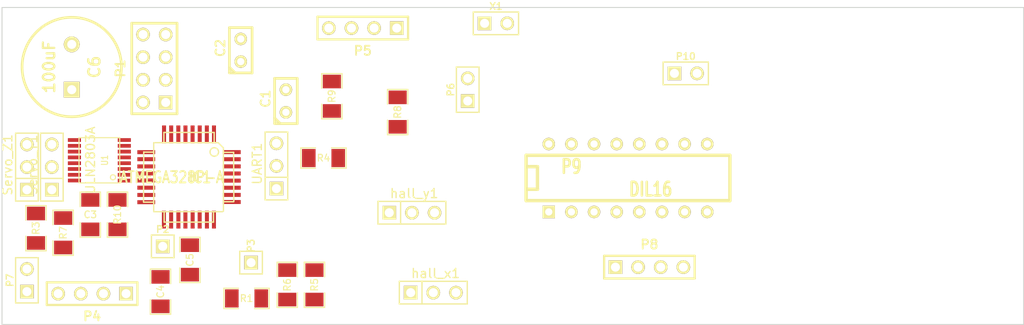
<source format=kicad_pcb>
(kicad_pcb (version 3) (host pcbnew "(2013-07-07 BZR 4022)-stable")

  (general
    (links 84)
    (no_connects 84)
    (area 176.276 199.898 291.084 235.712)
    (thickness 1.6)
    (drawings 4)
    (tracks 0)
    (zones 0)
    (modules 33)
    (nets 53)
  )

  (page A3)
  (layers
    (15 Gorna signal)
    (0 Dolna signal)
    (16 Kleju_Dolna user)
    (17 Kleju_Gorna user)
    (18 Pasty_Dolna user)
    (19 Pasty_Gorna user)
    (20 Opisowa_Dolna user)
    (21 Opisowa_Gorna user)
    (22 Maski_Dolna user)
    (23 Maski_Gorna user)
    (24 Rysunkowa user)
    (25 Komentarzy user)
    (26 ECO1 user)
    (27 ECO2 user)
    (28 Krawedziowa user)
  )

  (setup
    (last_trace_width 0.254)
    (trace_clearance 0.254)
    (zone_clearance 0.508)
    (zone_45_only no)
    (trace_min 0.254)
    (segment_width 0.2)
    (edge_width 0.1)
    (via_size 0.889)
    (via_drill 0.635)
    (via_min_size 0.889)
    (via_min_drill 0.508)
    (uvia_size 0.508)
    (uvia_drill 0.127)
    (uvias_allowed no)
    (uvia_min_size 0.508)
    (uvia_min_drill 0.127)
    (pcb_text_width 0.3)
    (pcb_text_size 1.5 1.5)
    (mod_edge_width 0.15)
    (mod_text_size 1 1)
    (mod_text_width 0.15)
    (pad_size 1.5 1.5)
    (pad_drill 0.6)
    (pad_to_mask_clearance 0)
    (aux_axis_origin 0 0)
    (visible_elements 7FFFFFFF)
    (pcbplotparams
      (layerselection 3178497)
      (usegerberextensions true)
      (excludeedgelayer true)
      (linewidth 0.150000)
      (plotframeref false)
      (viasonmask false)
      (mode 1)
      (useauxorigin false)
      (hpglpennumber 1)
      (hpglpenspeed 20)
      (hpglpendiameter 15)
      (hpglpenoverlay 2)
      (psnegative false)
      (psa4output false)
      (plotreference true)
      (plotvalue true)
      (plotothertext true)
      (plotinvisibletext false)
      (padsonsilk false)
      (subtractmaskfromsilk false)
      (outputformat 1)
      (mirror false)
      (drillshape 1)
      (scaleselection 1)
      (outputdirectory ""))
  )

  (net 0 "")
  (net 1 /PB0)
  (net 2 /PB1)
  (net 3 /PB2)
  (net 4 /PB3)
  (net 5 /PB4)
  (net 6 /PB5)
  (net 7 /PB6)
  (net 8 /PB7)
  (net 9 /PC0)
  (net 10 /PC1)
  (net 11 /PC2)
  (net 12 /PC3)
  (net 13 /PC4)
  (net 14 /PC5)
  (net 15 /PC6)
  (net 16 /PD0)
  (net 17 /PD1)
  (net 18 /PD2)
  (net 19 /PD3)
  (net 20 /PD4)
  (net 21 /PD5)
  (net 22 /PD6)
  (net 23 /PD7)
  (net 24 /VCC)
  (net 25 /VCC6)
  (net 26 GND)
  (net 27 N-0000017)
  (net 28 N-0000018)
  (net 29 N-0000019)
  (net 30 N-000002)
  (net 31 N-0000020)
  (net 32 N-0000022)
  (net 33 N-0000025)
  (net 34 N-0000027)
  (net 35 N-0000028)
  (net 36 N-0000029)
  (net 37 N-0000030)
  (net 38 N-0000031)
  (net 39 N-0000032)
  (net 40 N-0000033)
  (net 41 N-0000034)
  (net 42 N-0000035)
  (net 43 N-0000036)
  (net 44 N-000004)
  (net 45 N-000005)
  (net 46 N-0000050)
  (net 47 N-0000053)
  (net 48 N-0000054)
  (net 49 N-000006)
  (net 50 N-000007)
  (net 51 N-000008)
  (net 52 PWR)

  (net_class Default "To jest domyślna klasa połączeń."
    (clearance 0.254)
    (trace_width 0.254)
    (via_dia 0.889)
    (via_drill 0.635)
    (uvia_dia 0.508)
    (uvia_drill 0.127)
    (add_net "")
    (add_net /PB0)
    (add_net /PB1)
    (add_net /PB2)
    (add_net /PB3)
    (add_net /PB4)
    (add_net /PB5)
    (add_net /PB6)
    (add_net /PB7)
    (add_net /PC0)
    (add_net /PC1)
    (add_net /PC2)
    (add_net /PC3)
    (add_net /PC4)
    (add_net /PC5)
    (add_net /PC6)
    (add_net /PD0)
    (add_net /PD1)
    (add_net /PD2)
    (add_net /PD3)
    (add_net /PD4)
    (add_net /PD5)
    (add_net /PD6)
    (add_net /PD7)
    (add_net /VCC)
    (add_net /VCC6)
    (add_net GND)
    (add_net N-0000017)
    (add_net N-0000018)
    (add_net N-0000019)
    (add_net N-000002)
    (add_net N-0000020)
    (add_net N-0000022)
    (add_net N-0000025)
    (add_net N-0000027)
    (add_net N-0000028)
    (add_net N-0000029)
    (add_net N-0000030)
    (add_net N-0000031)
    (add_net N-0000032)
    (add_net N-0000033)
    (add_net N-0000034)
    (add_net N-0000035)
    (add_net N-0000036)
    (add_net N-000004)
    (add_net N-000005)
    (add_net N-0000050)
    (add_net N-0000053)
    (add_net N-0000054)
    (add_net N-000006)
    (add_net N-000007)
    (add_net N-000008)
    (add_net PWR)
  )

  (module TQFP32   locked (layer Gorna) (tedit 5278C540) (tstamp 5278C0E1)
    (at 197.485 219.075 270)
    (path /5277F6D5)
    (fp_text reference IC1 (at 0 -1.27 360) (layer Opisowa_Gorna)
      (effects (font (size 1.27 1.016) (thickness 0.2032)))
    )
    (fp_text value ATMEGA328P-A (at 0 1.905 360) (layer Opisowa_Gorna)
      (effects (font (size 1.27 1.016) (thickness 0.2032)))
    )
    (fp_line (start 5.0292 2.7686) (end 3.8862 2.7686) (layer Opisowa_Gorna) (width 0.1524))
    (fp_line (start 5.0292 -2.7686) (end 3.9116 -2.7686) (layer Opisowa_Gorna) (width 0.1524))
    (fp_line (start 5.0292 2.7686) (end 5.0292 -2.7686) (layer Opisowa_Gorna) (width 0.1524))
    (fp_line (start 2.794 3.9624) (end 2.794 5.0546) (layer Opisowa_Gorna) (width 0.1524))
    (fp_line (start -2.8194 3.9878) (end -2.8194 5.0546) (layer Opisowa_Gorna) (width 0.1524))
    (fp_line (start -2.8448 5.0546) (end 2.794 5.08) (layer Opisowa_Gorna) (width 0.1524))
    (fp_line (start -2.794 -5.0292) (end 2.7178 -5.0546) (layer Opisowa_Gorna) (width 0.1524))
    (fp_line (start -3.8862 -3.2766) (end -3.8862 3.9116) (layer Opisowa_Gorna) (width 0.1524))
    (fp_line (start 2.7432 -5.0292) (end 2.7432 -3.9878) (layer Opisowa_Gorna) (width 0.1524))
    (fp_line (start -3.2512 -3.8862) (end 3.81 -3.8862) (layer Opisowa_Gorna) (width 0.1524))
    (fp_line (start 3.8608 3.937) (end 3.8608 -3.7846) (layer Opisowa_Gorna) (width 0.1524))
    (fp_line (start -3.8862 3.937) (end 3.7338 3.937) (layer Opisowa_Gorna) (width 0.1524))
    (fp_line (start -5.0292 -2.8448) (end -5.0292 2.794) (layer Opisowa_Gorna) (width 0.1524))
    (fp_line (start -5.0292 2.794) (end -3.8862 2.794) (layer Opisowa_Gorna) (width 0.1524))
    (fp_line (start -3.87604 -3.302) (end -3.29184 -3.8862) (layer Opisowa_Gorna) (width 0.1524))
    (fp_line (start -5.02412 -2.8448) (end -3.87604 -2.8448) (layer Opisowa_Gorna) (width 0.1524))
    (fp_line (start -2.794 -3.8862) (end -2.794 -5.03428) (layer Opisowa_Gorna) (width 0.1524))
    (fp_circle (center -2.83972 -2.86004) (end -2.43332 -2.60604) (layer Opisowa_Gorna) (width 0.1524))
    (pad 8 smd rect (at -4.81584 2.77622 270) (size 1.99898 0.44958)
      (layers Gorna Pasty_Gorna Maski_Gorna)
      (net 8 /PB7)
    )
    (pad 7 smd rect (at -4.81584 1.97612 270) (size 1.99898 0.44958)
      (layers Gorna Pasty_Gorna Maski_Gorna)
      (net 7 /PB6)
    )
    (pad 6 smd rect (at -4.81584 1.17602 270) (size 1.99898 0.44958)
      (layers Gorna Pasty_Gorna Maski_Gorna)
      (net 52 PWR)
    )
    (pad 5 smd rect (at -4.81584 0.37592 270) (size 1.99898 0.44958)
      (layers Gorna Pasty_Gorna Maski_Gorna)
      (net 26 GND)
    )
    (pad 4 smd rect (at -4.81584 -0.42418 270) (size 1.99898 0.44958)
      (layers Gorna Pasty_Gorna Maski_Gorna)
      (net 52 PWR)
    )
    (pad 3 smd rect (at -4.81584 -1.22428 270) (size 1.99898 0.44958)
      (layers Gorna Pasty_Gorna Maski_Gorna)
      (net 26 GND)
    )
    (pad 2 smd rect (at -4.81584 -2.02438 270) (size 1.99898 0.44958)
      (layers Gorna Pasty_Gorna Maski_Gorna)
      (net 20 /PD4)
    )
    (pad 1 smd rect (at -4.81584 -2.82448 270) (size 1.99898 0.44958)
      (layers Gorna Pasty_Gorna Maski_Gorna)
      (net 19 /PD3)
    )
    (pad 24 smd rect (at 4.7498 -2.8194 270) (size 1.99898 0.44958)
      (layers Gorna Pasty_Gorna Maski_Gorna)
      (net 10 /PC1)
    )
    (pad 17 smd rect (at 4.7498 2.794 270) (size 1.99898 0.44958)
      (layers Gorna Pasty_Gorna Maski_Gorna)
      (net 6 /PB5)
    )
    (pad 18 smd rect (at 4.7498 1.9812 270) (size 1.99898 0.44958)
      (layers Gorna Pasty_Gorna Maski_Gorna)
      (net 52 PWR)
    )
    (pad 19 smd rect (at 4.7498 1.1684 270) (size 1.99898 0.44958)
      (layers Gorna Pasty_Gorna Maski_Gorna)
      (net 51 N-000008)
    )
    (pad 20 smd rect (at 4.7498 0.381 270) (size 1.99898 0.44958)
      (layers Gorna Pasty_Gorna Maski_Gorna)
      (net 46 N-0000050)
    )
    (pad 21 smd rect (at 4.7498 -0.4318 270) (size 1.99898 0.44958)
      (layers Gorna Pasty_Gorna Maski_Gorna)
      (net 26 GND)
    )
    (pad 22 smd rect (at 4.7498 -1.2192 270) (size 1.99898 0.44958)
      (layers Gorna Pasty_Gorna Maski_Gorna)
      (net 50 N-000007)
    )
    (pad 23 smd rect (at 4.7498 -2.032 270) (size 1.99898 0.44958)
      (layers Gorna Pasty_Gorna Maski_Gorna)
      (net 9 /PC0)
    )
    (pad 32 smd rect (at -2.82448 -4.826 270) (size 0.44958 1.99898)
      (layers Gorna Pasty_Gorna Maski_Gorna)
      (net 18 /PD2)
    )
    (pad 31 smd rect (at -2.02692 -4.826 270) (size 0.44958 1.99898)
      (layers Gorna Pasty_Gorna Maski_Gorna)
      (net 17 /PD1)
    )
    (pad 30 smd rect (at -1.22428 -4.826 270) (size 0.44958 1.99898)
      (layers Gorna Pasty_Gorna Maski_Gorna)
      (net 16 /PD0)
    )
    (pad 29 smd rect (at -0.42672 -4.826 270) (size 0.44958 1.99898)
      (layers Gorna Pasty_Gorna Maski_Gorna)
      (net 15 /PC6)
    )
    (pad 28 smd rect (at 0.37592 -4.826 270) (size 0.44958 1.99898)
      (layers Gorna Pasty_Gorna Maski_Gorna)
      (net 14 /PC5)
    )
    (pad 27 smd rect (at 1.17348 -4.826 270) (size 0.44958 1.99898)
      (layers Gorna Pasty_Gorna Maski_Gorna)
      (net 13 /PC4)
    )
    (pad 26 smd rect (at 1.97612 -4.826 270) (size 0.44958 1.99898)
      (layers Gorna Pasty_Gorna Maski_Gorna)
      (net 12 /PC3)
    )
    (pad 25 smd rect (at 2.77368 -4.826 270) (size 0.44958 1.99898)
      (layers Gorna Pasty_Gorna Maski_Gorna)
      (net 11 /PC2)
    )
    (pad 9 smd rect (at -2.8194 4.7752 270) (size 0.44958 1.99898)
      (layers Gorna Pasty_Gorna Maski_Gorna)
      (net 21 /PD5)
    )
    (pad 10 smd rect (at -2.032 4.7752 270) (size 0.44958 1.99898)
      (layers Gorna Pasty_Gorna Maski_Gorna)
      (net 22 /PD6)
    )
    (pad 11 smd rect (at -1.2192 4.7752 270) (size 0.44958 1.99898)
      (layers Gorna Pasty_Gorna Maski_Gorna)
      (net 23 /PD7)
    )
    (pad 12 smd rect (at -0.4318 4.7752 270) (size 0.44958 1.99898)
      (layers Gorna Pasty_Gorna Maski_Gorna)
      (net 1 /PB0)
    )
    (pad 13 smd rect (at 0.3556 4.7752 270) (size 0.44958 1.99898)
      (layers Gorna Pasty_Gorna Maski_Gorna)
      (net 2 /PB1)
    )
    (pad 14 smd rect (at 1.1684 4.7752 270) (size 0.44958 1.99898)
      (layers Gorna Pasty_Gorna Maski_Gorna)
      (net 3 /PB2)
    )
    (pad 15 smd rect (at 1.9812 4.7752 270) (size 0.44958 1.99898)
      (layers Gorna Pasty_Gorna Maski_Gorna)
      (net 4 /PB3)
    )
    (pad 16 smd rect (at 2.794 4.7752 270) (size 0.44958 1.99898)
      (layers Gorna Pasty_Gorna Maski_Gorna)
      (net 5 /PB4)
    )
    (model smd/tqfp32.wrl
      (at (xyz 0 0 0))
      (scale (xyz 1 1 1))
      (rotate (xyz 0 0 0))
    )
  )

  (module SM1206   placed (layer Gorna) (tedit 5278C3DE) (tstamp 5278C00C)
    (at 203.962 232.664)
    (path /525FBAED)
    (attr smd)
    (fp_text reference R1 (at 0 0) (layer Opisowa_Gorna)
      (effects (font (size 0.762 0.762) (thickness 0.127)))
    )
    (fp_text value 10k (at 0 0) (layer Opisowa_Gorna) hide
      (effects (font (size 0.762 0.762) (thickness 0.127)))
    )
    (fp_line (start -2.54 -1.143) (end -2.54 1.143) (layer Opisowa_Gorna) (width 0.127))
    (fp_line (start -2.54 1.143) (end -0.889 1.143) (layer Opisowa_Gorna) (width 0.127))
    (fp_line (start 0.889 -1.143) (end 2.54 -1.143) (layer Opisowa_Gorna) (width 0.127))
    (fp_line (start 2.54 -1.143) (end 2.54 1.143) (layer Opisowa_Gorna) (width 0.127))
    (fp_line (start 2.54 1.143) (end 0.889 1.143) (layer Opisowa_Gorna) (width 0.127))
    (fp_line (start -0.889 -1.143) (end -2.54 -1.143) (layer Opisowa_Gorna) (width 0.127))
    (pad 1 smd rect (at -1.651 0) (size 1.524 2.032)
      (layers Gorna Pasty_Gorna Maski_Gorna)
      (net 15 /PC6)
    )
    (pad 2 smd rect (at 1.651 0) (size 1.524 2.032)
      (layers Gorna Pasty_Gorna Maski_Gorna)
      (net 24 /VCC)
    )
    (model smd/chip_cms.wrl
      (at (xyz 0 0 0))
      (scale (xyz 0.17 0.16 0.16))
      (rotate (xyz 0 0 0))
    )
  )

  (module SM1206   placed (layer Gorna) (tedit 42806E24) (tstamp 5278BFFF)
    (at 212.598 216.916 180)
    (path /525FCDC9)
    (attr smd)
    (fp_text reference R4 (at 0 0 180) (layer Opisowa_Gorna)
      (effects (font (size 0.762 0.762) (thickness 0.127)))
    )
    (fp_text value 330 (at 0 0 180) (layer Opisowa_Gorna) hide
      (effects (font (size 0.762 0.762) (thickness 0.127)))
    )
    (fp_line (start -2.54 -1.143) (end -2.54 1.143) (layer Opisowa_Gorna) (width 0.127))
    (fp_line (start -2.54 1.143) (end -0.889 1.143) (layer Opisowa_Gorna) (width 0.127))
    (fp_line (start 0.889 -1.143) (end 2.54 -1.143) (layer Opisowa_Gorna) (width 0.127))
    (fp_line (start 2.54 -1.143) (end 2.54 1.143) (layer Opisowa_Gorna) (width 0.127))
    (fp_line (start 2.54 1.143) (end 0.889 1.143) (layer Opisowa_Gorna) (width 0.127))
    (fp_line (start -0.889 -1.143) (end -2.54 -1.143) (layer Opisowa_Gorna) (width 0.127))
    (pad 1 smd rect (at -1.651 0 180) (size 1.524 2.032)
      (layers Gorna Pasty_Gorna Maski_Gorna)
      (net 39 N-0000032)
    )
    (pad 2 smd rect (at 1.651 0 180) (size 1.524 2.032)
      (layers Gorna Pasty_Gorna Maski_Gorna)
      (net 38 N-0000031)
    )
    (model smd/chip_cms.wrl
      (at (xyz 0 0 0))
      (scale (xyz 0.17 0.16 0.16))
      (rotate (xyz 0 0 0))
    )
  )

  (module SM1206   placed (layer Gorna) (tedit 42806E24) (tstamp 5278BF49)
    (at 180.34 224.79 270)
    (path /525FCDC2)
    (attr smd)
    (fp_text reference R3 (at 0 0 270) (layer Opisowa_Gorna)
      (effects (font (size 0.762 0.762) (thickness 0.127)))
    )
    (fp_text value 330 (at 0 0 270) (layer Opisowa_Gorna) hide
      (effects (font (size 0.762 0.762) (thickness 0.127)))
    )
    (fp_line (start -2.54 -1.143) (end -2.54 1.143) (layer Opisowa_Gorna) (width 0.127))
    (fp_line (start -2.54 1.143) (end -0.889 1.143) (layer Opisowa_Gorna) (width 0.127))
    (fp_line (start 0.889 -1.143) (end 2.54 -1.143) (layer Opisowa_Gorna) (width 0.127))
    (fp_line (start 2.54 -1.143) (end 2.54 1.143) (layer Opisowa_Gorna) (width 0.127))
    (fp_line (start 2.54 1.143) (end 0.889 1.143) (layer Opisowa_Gorna) (width 0.127))
    (fp_line (start -0.889 -1.143) (end -2.54 -1.143) (layer Opisowa_Gorna) (width 0.127))
    (pad 1 smd rect (at -1.651 0 270) (size 1.524 2.032)
      (layers Gorna Pasty_Gorna Maski_Gorna)
      (net 30 N-000002)
    )
    (pad 2 smd rect (at 1.651 0 270) (size 1.524 2.032)
      (layers Gorna Pasty_Gorna Maski_Gorna)
      (net 40 N-0000033)
    )
    (model smd/chip_cms.wrl
      (at (xyz 0 0 0))
      (scale (xyz 0.17 0.16 0.16))
      (rotate (xyz 0 0 0))
    )
  )

  (module SM1206   placed (layer Gorna) (tedit 42806E24) (tstamp 5278BF56)
    (at 183.388 225.298 90)
    (path /525FCDB3)
    (attr smd)
    (fp_text reference R7 (at 0 0 90) (layer Opisowa_Gorna)
      (effects (font (size 0.762 0.762) (thickness 0.127)))
    )
    (fp_text value 330 (at 0 0 90) (layer Opisowa_Gorna) hide
      (effects (font (size 0.762 0.762) (thickness 0.127)))
    )
    (fp_line (start -2.54 -1.143) (end -2.54 1.143) (layer Opisowa_Gorna) (width 0.127))
    (fp_line (start -2.54 1.143) (end -0.889 1.143) (layer Opisowa_Gorna) (width 0.127))
    (fp_line (start 0.889 -1.143) (end 2.54 -1.143) (layer Opisowa_Gorna) (width 0.127))
    (fp_line (start 2.54 -1.143) (end 2.54 1.143) (layer Opisowa_Gorna) (width 0.127))
    (fp_line (start 2.54 1.143) (end 0.889 1.143) (layer Opisowa_Gorna) (width 0.127))
    (fp_line (start -0.889 -1.143) (end -2.54 -1.143) (layer Opisowa_Gorna) (width 0.127))
    (pad 1 smd rect (at -1.651 0 90) (size 1.524 2.032)
      (layers Gorna Pasty_Gorna Maski_Gorna)
      (net 45 N-000005)
    )
    (pad 2 smd rect (at 1.651 0 90) (size 1.524 2.032)
      (layers Gorna Pasty_Gorna Maski_Gorna)
      (net 28 N-0000018)
    )
    (model smd/chip_cms.wrl
      (at (xyz 0 0 0))
      (scale (xyz 0.17 0.16 0.16))
      (rotate (xyz 0 0 0))
    )
  )

  (module SM1206   placed (layer Gorna) (tedit 42806E24) (tstamp 5278BF63)
    (at 208.534 231.14 90)
    (path /525FCDAD)
    (attr smd)
    (fp_text reference R6 (at 0 0 90) (layer Opisowa_Gorna)
      (effects (font (size 0.762 0.762) (thickness 0.127)))
    )
    (fp_text value 330 (at 0 0 90) (layer Opisowa_Gorna) hide
      (effects (font (size 0.762 0.762) (thickness 0.127)))
    )
    (fp_line (start -2.54 -1.143) (end -2.54 1.143) (layer Opisowa_Gorna) (width 0.127))
    (fp_line (start -2.54 1.143) (end -0.889 1.143) (layer Opisowa_Gorna) (width 0.127))
    (fp_line (start 0.889 -1.143) (end 2.54 -1.143) (layer Opisowa_Gorna) (width 0.127))
    (fp_line (start 2.54 -1.143) (end 2.54 1.143) (layer Opisowa_Gorna) (width 0.127))
    (fp_line (start 2.54 1.143) (end 0.889 1.143) (layer Opisowa_Gorna) (width 0.127))
    (fp_line (start -0.889 -1.143) (end -2.54 -1.143) (layer Opisowa_Gorna) (width 0.127))
    (pad 1 smd rect (at -1.651 0 90) (size 1.524 2.032)
      (layers Gorna Pasty_Gorna Maski_Gorna)
      (net 49 N-000006)
    )
    (pad 2 smd rect (at 1.651 0 90) (size 1.524 2.032)
      (layers Gorna Pasty_Gorna Maski_Gorna)
      (net 29 N-0000019)
    )
    (model smd/chip_cms.wrl
      (at (xyz 0 0 0))
      (scale (xyz 0.17 0.16 0.16))
      (rotate (xyz 0 0 0))
    )
  )

  (module SM1206   placed (layer Gorna) (tedit 42806E24) (tstamp 5278BF70)
    (at 211.582 231.14 90)
    (path /525FCDA0)
    (attr smd)
    (fp_text reference R5 (at 0 0 90) (layer Opisowa_Gorna)
      (effects (font (size 0.762 0.762) (thickness 0.127)))
    )
    (fp_text value 330 (at 0 0 90) (layer Opisowa_Gorna) hide
      (effects (font (size 0.762 0.762) (thickness 0.127)))
    )
    (fp_line (start -2.54 -1.143) (end -2.54 1.143) (layer Opisowa_Gorna) (width 0.127))
    (fp_line (start -2.54 1.143) (end -0.889 1.143) (layer Opisowa_Gorna) (width 0.127))
    (fp_line (start 0.889 -1.143) (end 2.54 -1.143) (layer Opisowa_Gorna) (width 0.127))
    (fp_line (start 2.54 -1.143) (end 2.54 1.143) (layer Opisowa_Gorna) (width 0.127))
    (fp_line (start 2.54 1.143) (end 0.889 1.143) (layer Opisowa_Gorna) (width 0.127))
    (fp_line (start -0.889 -1.143) (end -2.54 -1.143) (layer Opisowa_Gorna) (width 0.127))
    (pad 1 smd rect (at -1.651 0 90) (size 1.524 2.032)
      (layers Gorna Pasty_Gorna Maski_Gorna)
      (net 27 N-0000017)
    )
    (pad 2 smd rect (at 1.651 0 90) (size 1.524 2.032)
      (layers Gorna Pasty_Gorna Maski_Gorna)
      (net 31 N-0000020)
    )
    (model smd/chip_cms.wrl
      (at (xyz 0 0 0))
      (scale (xyz 0.17 0.16 0.16))
      (rotate (xyz 0 0 0))
    )
  )

  (module SM1206   placed (layer Gorna) (tedit 42806E24) (tstamp 5278BF7D)
    (at 189.484 223.266 270)
    (path /525FCD4A)
    (attr smd)
    (fp_text reference R10 (at 0 0 270) (layer Opisowa_Gorna)
      (effects (font (size 0.762 0.762) (thickness 0.127)))
    )
    (fp_text value 330 (at 0 0 270) (layer Opisowa_Gorna) hide
      (effects (font (size 0.762 0.762) (thickness 0.127)))
    )
    (fp_line (start -2.54 -1.143) (end -2.54 1.143) (layer Opisowa_Gorna) (width 0.127))
    (fp_line (start -2.54 1.143) (end -0.889 1.143) (layer Opisowa_Gorna) (width 0.127))
    (fp_line (start 0.889 -1.143) (end 2.54 -1.143) (layer Opisowa_Gorna) (width 0.127))
    (fp_line (start 2.54 -1.143) (end 2.54 1.143) (layer Opisowa_Gorna) (width 0.127))
    (fp_line (start 2.54 1.143) (end 0.889 1.143) (layer Opisowa_Gorna) (width 0.127))
    (fp_line (start -0.889 -1.143) (end -2.54 -1.143) (layer Opisowa_Gorna) (width 0.127))
    (pad 1 smd rect (at -1.651 0 270) (size 1.524 2.032)
      (layers Gorna Pasty_Gorna Maski_Gorna)
      (net 43 N-0000036)
    )
    (pad 2 smd rect (at 1.651 0 270) (size 1.524 2.032)
      (layers Gorna Pasty_Gorna Maski_Gorna)
      (net 41 N-0000034)
    )
    (model smd/chip_cms.wrl
      (at (xyz 0 0 0))
      (scale (xyz 0.17 0.16 0.16))
      (rotate (xyz 0 0 0))
    )
  )

  (module SM1206   placed (layer Gorna) (tedit 42806E24) (tstamp 5278C991)
    (at 213.5378 209.9818 270)
    (path /525FCD44)
    (attr smd)
    (fp_text reference R9 (at 0 0 270) (layer Opisowa_Gorna)
      (effects (font (size 0.762 0.762) (thickness 0.127)))
    )
    (fp_text value 330 (at 0 0 270) (layer Opisowa_Gorna) hide
      (effects (font (size 0.762 0.762) (thickness 0.127)))
    )
    (fp_line (start -2.54 -1.143) (end -2.54 1.143) (layer Opisowa_Gorna) (width 0.127))
    (fp_line (start -2.54 1.143) (end -0.889 1.143) (layer Opisowa_Gorna) (width 0.127))
    (fp_line (start 0.889 -1.143) (end 2.54 -1.143) (layer Opisowa_Gorna) (width 0.127))
    (fp_line (start 2.54 -1.143) (end 2.54 1.143) (layer Opisowa_Gorna) (width 0.127))
    (fp_line (start 2.54 1.143) (end 0.889 1.143) (layer Opisowa_Gorna) (width 0.127))
    (fp_line (start -0.889 -1.143) (end -2.54 -1.143) (layer Opisowa_Gorna) (width 0.127))
    (pad 1 smd rect (at -1.651 0 270) (size 1.524 2.032)
      (layers Gorna Pasty_Gorna Maski_Gorna)
      (net 47 N-0000053)
    )
    (pad 2 smd rect (at 1.651 0 270) (size 1.524 2.032)
      (layers Gorna Pasty_Gorna Maski_Gorna)
      (net 42 N-0000035)
    )
    (model smd/chip_cms.wrl
      (at (xyz 0 0 0))
      (scale (xyz 0.17 0.16 0.16))
      (rotate (xyz 0 0 0))
    )
  )

  (module SM1206   placed (layer Gorna) (tedit 42806E24) (tstamp 5278BFA4)
    (at 220.9165 211.7598 270)
    (path /525FC63C)
    (attr smd)
    (fp_text reference R8 (at 0 0 270) (layer Opisowa_Gorna)
      (effects (font (size 0.762 0.762) (thickness 0.127)))
    )
    (fp_text value 330 (at 0 0 270) (layer Opisowa_Gorna) hide
      (effects (font (size 0.762 0.762) (thickness 0.127)))
    )
    (fp_line (start -2.54 -1.143) (end -2.54 1.143) (layer Opisowa_Gorna) (width 0.127))
    (fp_line (start -2.54 1.143) (end -0.889 1.143) (layer Opisowa_Gorna) (width 0.127))
    (fp_line (start 0.889 -1.143) (end 2.54 -1.143) (layer Opisowa_Gorna) (width 0.127))
    (fp_line (start 2.54 -1.143) (end 2.54 1.143) (layer Opisowa_Gorna) (width 0.127))
    (fp_line (start 2.54 1.143) (end 0.889 1.143) (layer Opisowa_Gorna) (width 0.127))
    (fp_line (start -0.889 -1.143) (end -2.54 -1.143) (layer Opisowa_Gorna) (width 0.127))
    (pad 1 smd rect (at -1.651 0 270) (size 1.524 2.032)
      (layers Gorna Pasty_Gorna Maski_Gorna)
      (net 48 N-0000054)
    )
    (pad 2 smd rect (at 1.651 0 270) (size 1.524 2.032)
      (layers Gorna Pasty_Gorna Maski_Gorna)
      (net 37 N-0000030)
    )
    (model smd/chip_cms.wrl
      (at (xyz 0 0 0))
      (scale (xyz 0.17 0.16 0.16))
      (rotate (xyz 0 0 0))
    )
  )

  (module SM1206   placed (layer Gorna) (tedit 5278BFE0) (tstamp 5278BFB1)
    (at 186.436 223.266 270)
    (path /525FBE32)
    (attr smd)
    (fp_text reference C3 (at 0 0 360) (layer Opisowa_Gorna)
      (effects (font (size 0.762 0.762) (thickness 0.127)))
    )
    (fp_text value 100nF (at 0 0 270) (layer Opisowa_Gorna) hide
      (effects (font (size 0.762 0.762) (thickness 0.127)))
    )
    (fp_line (start -2.54 -1.143) (end -2.54 1.143) (layer Opisowa_Gorna) (width 0.127))
    (fp_line (start -2.54 1.143) (end -0.889 1.143) (layer Opisowa_Gorna) (width 0.127))
    (fp_line (start 0.889 -1.143) (end 2.54 -1.143) (layer Opisowa_Gorna) (width 0.127))
    (fp_line (start 2.54 -1.143) (end 2.54 1.143) (layer Opisowa_Gorna) (width 0.127))
    (fp_line (start 2.54 1.143) (end 0.889 1.143) (layer Opisowa_Gorna) (width 0.127))
    (fp_line (start -0.889 -1.143) (end -2.54 -1.143) (layer Opisowa_Gorna) (width 0.127))
    (pad 1 smd rect (at -1.651 0 270) (size 1.524 2.032)
      (layers Gorna Pasty_Gorna Maski_Gorna)
      (net 52 PWR)
    )
    (pad 2 smd rect (at 1.651 0 270) (size 1.524 2.032)
      (layers Gorna Pasty_Gorna Maski_Gorna)
      (net 26 GND)
    )
    (model smd/chip_cms.wrl
      (at (xyz 0 0 0))
      (scale (xyz 0.17 0.16 0.16))
      (rotate (xyz 0 0 0))
    )
  )

  (module SM1206   placed (layer Gorna) (tedit 5278C59B) (tstamp 5278BFBE)
    (at 197.612 228.346 270)
    (path /525FBDD0)
    (attr smd)
    (fp_text reference C5 (at 0 0 270) (layer Opisowa_Gorna)
      (effects (font (size 0.762 0.762) (thickness 0.127)))
    )
    (fp_text value 100nF (at 0 0 270) (layer Opisowa_Gorna) hide
      (effects (font (size 0.762 0.762) (thickness 0.127)))
    )
    (fp_line (start -2.54 -1.143) (end -2.54 1.143) (layer Opisowa_Gorna) (width 0.127))
    (fp_line (start -2.54 1.143) (end -0.889 1.143) (layer Opisowa_Gorna) (width 0.127))
    (fp_line (start 0.889 -1.143) (end 2.54 -1.143) (layer Opisowa_Gorna) (width 0.127))
    (fp_line (start 2.54 -1.143) (end 2.54 1.143) (layer Opisowa_Gorna) (width 0.127))
    (fp_line (start 2.54 1.143) (end 0.889 1.143) (layer Opisowa_Gorna) (width 0.127))
    (fp_line (start -0.889 -1.143) (end -2.54 -1.143) (layer Opisowa_Gorna) (width 0.127))
    (pad 1 smd rect (at -1.651 0 270) (size 1.524 2.032)
      (layers Gorna Pasty_Gorna Maski_Gorna)
      (net 46 N-0000050)
    )
    (pad 2 smd rect (at 1.651 0 270) (size 1.524 2.032)
      (layers Gorna Pasty_Gorna Maski_Gorna)
      (net 26 GND)
    )
    (model smd/chip_cms.wrl
      (at (xyz 0 0 0))
      (scale (xyz 0.17 0.16 0.16))
      (rotate (xyz 0 0 0))
    )
  )

  (module SM1206   placed (layer Gorna) (tedit 5278BFB4) (tstamp 5278BFCB)
    (at 194.31 231.902 270)
    (path /525FBB28)
    (attr smd)
    (fp_text reference C4 (at 0 0 270) (layer Opisowa_Gorna)
      (effects (font (size 0.762 0.762) (thickness 0.127)))
    )
    (fp_text value 100nF (at 0 0 270) (layer Opisowa_Gorna) hide
      (effects (font (size 0.762 0.762) (thickness 0.127)))
    )
    (fp_line (start -2.54 -1.143) (end -2.54 1.143) (layer Opisowa_Gorna) (width 0.127))
    (fp_line (start -2.54 1.143) (end -0.889 1.143) (layer Opisowa_Gorna) (width 0.127))
    (fp_line (start 0.889 -1.143) (end 2.54 -1.143) (layer Opisowa_Gorna) (width 0.127))
    (fp_line (start 2.54 -1.143) (end 2.54 1.143) (layer Opisowa_Gorna) (width 0.127))
    (fp_line (start 2.54 1.143) (end 0.889 1.143) (layer Opisowa_Gorna) (width 0.127))
    (fp_line (start -0.889 -1.143) (end -2.54 -1.143) (layer Opisowa_Gorna) (width 0.127))
    (pad 1 smd rect (at -1.651 0 270) (size 1.524 2.032)
      (layers Gorna Pasty_Gorna Maski_Gorna)
      (net 52 PWR)
    )
    (pad 2 smd rect (at 1.651 0 270) (size 1.524 2.032)
      (layers Gorna Pasty_Gorna Maski_Gorna)
      (net 26 GND)
    )
    (model smd/chip_cms.wrl
      (at (xyz 0 0 0))
      (scale (xyz 0.17 0.16 0.16))
      (rotate (xyz 0 0 0))
    )
  )

  (module pin_array_4x2   placed (layer Gorna) (tedit 3FAB90E6) (tstamp 5278C0AA)
    (at 193.6242 206.8703 90)
    (descr "Double rangee de contacts 2 x 4 pins")
    (tags CONN)
    (path /528BAEB3)
    (fp_text reference P1 (at 0 -3.81 90) (layer Opisowa_Gorna)
      (effects (font (size 1.016 1.016) (thickness 0.2032)))
    )
    (fp_text value CONN_10 (at 0 3.81 90) (layer Opisowa_Gorna) hide
      (effects (font (size 1.016 1.016) (thickness 0.2032)))
    )
    (fp_line (start -5.08 -2.54) (end 5.08 -2.54) (layer Opisowa_Gorna) (width 0.3048))
    (fp_line (start 5.08 -2.54) (end 5.08 2.54) (layer Opisowa_Gorna) (width 0.3048))
    (fp_line (start 5.08 2.54) (end -5.08 2.54) (layer Opisowa_Gorna) (width 0.3048))
    (fp_line (start -5.08 2.54) (end -5.08 -2.54) (layer Opisowa_Gorna) (width 0.3048))
    (pad 1 thru_hole rect (at -3.81 1.27 90) (size 1.524 1.524) (drill 1.016)
      (layers *.Cu *.Mask Opisowa_Gorna)
      (net 25 /VCC6)
    )
    (pad 2 thru_hole circle (at -3.81 -1.27 90) (size 1.524 1.524) (drill 1.016)
      (layers *.Cu *.Mask Opisowa_Gorna)
      (net 4 /PB3)
    )
    (pad 3 thru_hole circle (at -1.27 1.27 90) (size 1.524 1.524) (drill 1.016)
      (layers *.Cu *.Mask Opisowa_Gorna)
      (net 5 /PB4)
    )
    (pad 4 thru_hole circle (at -1.27 -1.27 90) (size 1.524 1.524) (drill 1.016)
      (layers *.Cu *.Mask Opisowa_Gorna)
      (net 6 /PB5)
    )
    (pad 5 thru_hole circle (at 1.27 1.27 90) (size 1.524 1.524) (drill 1.016)
      (layers *.Cu *.Mask Opisowa_Gorna)
      (net 13 /PC4)
    )
    (pad 6 thru_hole circle (at 1.27 -1.27 90) (size 1.524 1.524) (drill 1.016)
      (layers *.Cu *.Mask Opisowa_Gorna)
      (net 24 /VCC)
    )
    (pad 7 thru_hole circle (at 3.81 1.27 90) (size 1.524 1.524) (drill 1.016)
      (layers *.Cu *.Mask Opisowa_Gorna)
      (net 26 GND)
    )
    (pad 8 thru_hole circle (at 3.81 -1.27 90) (size 1.524 1.524) (drill 1.016)
      (layers *.Cu *.Mask Opisowa_Gorna)
      (net 26 GND)
    )
    (model pin_array/pins_array_4x2.wrl
      (at (xyz 0 0 0))
      (scale (xyz 1 1 1))
      (rotate (xyz 0 0 0))
    )
  )

  (module PIN_ARRAY_3X1   placed (layer Gorna) (tedit 4C1130E0) (tstamp 5278C031)
    (at 179.324 217.932 90)
    (descr "Connecteur 3 pins")
    (tags "CONN DEV")
    (path /526AE433)
    (fp_text reference Servo_Z1 (at 0.254 -2.159 90) (layer Opisowa_Gorna)
      (effects (font (size 1.016 1.016) (thickness 0.1524)))
    )
    (fp_text value CONN_3 (at 0 -2.159 90) (layer Opisowa_Gorna) hide
      (effects (font (size 1.016 1.016) (thickness 0.1524)))
    )
    (fp_line (start -3.81 1.27) (end -3.81 -1.27) (layer Opisowa_Gorna) (width 0.1524))
    (fp_line (start -3.81 -1.27) (end 3.81 -1.27) (layer Opisowa_Gorna) (width 0.1524))
    (fp_line (start 3.81 -1.27) (end 3.81 1.27) (layer Opisowa_Gorna) (width 0.1524))
    (fp_line (start 3.81 1.27) (end -3.81 1.27) (layer Opisowa_Gorna) (width 0.1524))
    (fp_line (start -1.27 -1.27) (end -1.27 1.27) (layer Opisowa_Gorna) (width 0.1524))
    (pad 1 thru_hole rect (at -2.54 0 90) (size 1.524 1.524) (drill 1.016)
      (layers *.Cu *.Mask Opisowa_Gorna)
      (net 21 /PD5)
    )
    (pad 2 thru_hole circle (at 0 0 90) (size 1.524 1.524) (drill 1.016)
      (layers *.Cu *.Mask Opisowa_Gorna)
      (net 25 /VCC6)
    )
    (pad 3 thru_hole circle (at 2.54 0 90) (size 1.524 1.524) (drill 1.016)
      (layers *.Cu *.Mask Opisowa_Gorna)
      (net 26 GND)
    )
    (model pin_array/pins_array_3x1.wrl
      (at (xyz 0 0 0))
      (scale (xyz 1 1 1))
      (rotate (xyz 0 0 0))
    )
  )

  (module PIN_ARRAY_3X1   placed (layer Gorna) (tedit 4C1130E0) (tstamp 5278C03E)
    (at 224.917 232.0163)
    (descr "Connecteur 3 pins")
    (tags "CONN DEV")
    (path /526655F5)
    (fp_text reference hall_x1 (at 0.254 -2.159) (layer Opisowa_Gorna)
      (effects (font (size 1.016 1.016) (thickness 0.1524)))
    )
    (fp_text value CONN_3 (at 0 -2.159) (layer Opisowa_Gorna) hide
      (effects (font (size 1.016 1.016) (thickness 0.1524)))
    )
    (fp_line (start -3.81 1.27) (end -3.81 -1.27) (layer Opisowa_Gorna) (width 0.1524))
    (fp_line (start -3.81 -1.27) (end 3.81 -1.27) (layer Opisowa_Gorna) (width 0.1524))
    (fp_line (start 3.81 -1.27) (end 3.81 1.27) (layer Opisowa_Gorna) (width 0.1524))
    (fp_line (start 3.81 1.27) (end -3.81 1.27) (layer Opisowa_Gorna) (width 0.1524))
    (fp_line (start -1.27 -1.27) (end -1.27 1.27) (layer Opisowa_Gorna) (width 0.1524))
    (pad 1 thru_hole rect (at -2.54 0) (size 1.524 1.524) (drill 1.016)
      (layers *.Cu *.Mask Opisowa_Gorna)
      (net 9 /PC0)
    )
    (pad 2 thru_hole circle (at 0 0) (size 1.524 1.524) (drill 1.016)
      (layers *.Cu *.Mask Opisowa_Gorna)
      (net 26 GND)
    )
    (pad 3 thru_hole circle (at 2.54 0) (size 1.524 1.524) (drill 1.016)
      (layers *.Cu *.Mask Opisowa_Gorna)
      (net 24 /VCC)
    )
    (model pin_array/pins_array_3x1.wrl
      (at (xyz 0 0 0))
      (scale (xyz 1 1 1))
      (rotate (xyz 0 0 0))
    )
  )

  (module PIN_ARRAY_3X1   placed (layer Gorna) (tedit 4C1130E0) (tstamp 5278C04B)
    (at 182.118 217.932 90)
    (descr "Connecteur 3 pins")
    (tags "CONN DEV")
    (path /526655E6)
    (fp_text reference Servo_Y1 (at 0.254 -2.159 90) (layer Opisowa_Gorna)
      (effects (font (size 1.016 1.016) (thickness 0.1524)))
    )
    (fp_text value CONN_3 (at 0 -2.159 90) (layer Opisowa_Gorna) hide
      (effects (font (size 1.016 1.016) (thickness 0.1524)))
    )
    (fp_line (start -3.81 1.27) (end -3.81 -1.27) (layer Opisowa_Gorna) (width 0.1524))
    (fp_line (start -3.81 -1.27) (end 3.81 -1.27) (layer Opisowa_Gorna) (width 0.1524))
    (fp_line (start 3.81 -1.27) (end 3.81 1.27) (layer Opisowa_Gorna) (width 0.1524))
    (fp_line (start 3.81 1.27) (end -3.81 1.27) (layer Opisowa_Gorna) (width 0.1524))
    (fp_line (start -1.27 -1.27) (end -1.27 1.27) (layer Opisowa_Gorna) (width 0.1524))
    (pad 1 thru_hole rect (at -2.54 0 90) (size 1.524 1.524) (drill 1.016)
      (layers *.Cu *.Mask Opisowa_Gorna)
      (net 22 /PD6)
    )
    (pad 2 thru_hole circle (at 0 0 90) (size 1.524 1.524) (drill 1.016)
      (layers *.Cu *.Mask Opisowa_Gorna)
      (net 25 /VCC6)
    )
    (pad 3 thru_hole circle (at 2.54 0 90) (size 1.524 1.524) (drill 1.016)
      (layers *.Cu *.Mask Opisowa_Gorna)
      (net 26 GND)
    )
    (model pin_array/pins_array_3x1.wrl
      (at (xyz 0 0 0))
      (scale (xyz 1 1 1))
      (rotate (xyz 0 0 0))
    )
  )

  (module PIN_ARRAY_3X1   placed (layer Gorna) (tedit 4C1130E0) (tstamp 5278C058)
    (at 222.5167 223.0501)
    (descr "Connecteur 3 pins")
    (tags "CONN DEV")
    (path /526AE43E)
    (fp_text reference hall_y1 (at 0.254 -2.159) (layer Opisowa_Gorna)
      (effects (font (size 1.016 1.016) (thickness 0.1524)))
    )
    (fp_text value CONN_3 (at 0 -2.159) (layer Opisowa_Gorna) hide
      (effects (font (size 1.016 1.016) (thickness 0.1524)))
    )
    (fp_line (start -3.81 1.27) (end -3.81 -1.27) (layer Opisowa_Gorna) (width 0.1524))
    (fp_line (start -3.81 -1.27) (end 3.81 -1.27) (layer Opisowa_Gorna) (width 0.1524))
    (fp_line (start 3.81 -1.27) (end 3.81 1.27) (layer Opisowa_Gorna) (width 0.1524))
    (fp_line (start 3.81 1.27) (end -3.81 1.27) (layer Opisowa_Gorna) (width 0.1524))
    (fp_line (start -1.27 -1.27) (end -1.27 1.27) (layer Opisowa_Gorna) (width 0.1524))
    (pad 1 thru_hole rect (at -2.54 0) (size 1.524 1.524) (drill 1.016)
      (layers *.Cu *.Mask Opisowa_Gorna)
      (net 10 /PC1)
    )
    (pad 2 thru_hole circle (at 0 0) (size 1.524 1.524) (drill 1.016)
      (layers *.Cu *.Mask Opisowa_Gorna)
      (net 26 GND)
    )
    (pad 3 thru_hole circle (at 2.54 0) (size 1.524 1.524) (drill 1.016)
      (layers *.Cu *.Mask Opisowa_Gorna)
      (net 24 /VCC)
    )
    (model pin_array/pins_array_3x1.wrl
      (at (xyz 0 0 0))
      (scale (xyz 1 1 1))
      (rotate (xyz 0 0 0))
    )
  )

  (module PIN_ARRAY_3X1   placed (layer Gorna) (tedit 4C1130E0) (tstamp 5278C065)
    (at 207.3148 217.805 90)
    (descr "Connecteur 3 pins")
    (tags "CONN DEV")
    (path /52787CB7)
    (fp_text reference UART1 (at 0.254 -2.159 90) (layer Opisowa_Gorna)
      (effects (font (size 1.016 1.016) (thickness 0.1524)))
    )
    (fp_text value CONN_3 (at 0 -2.159 90) (layer Opisowa_Gorna) hide
      (effects (font (size 1.016 1.016) (thickness 0.1524)))
    )
    (fp_line (start -3.81 1.27) (end -3.81 -1.27) (layer Opisowa_Gorna) (width 0.1524))
    (fp_line (start -3.81 -1.27) (end 3.81 -1.27) (layer Opisowa_Gorna) (width 0.1524))
    (fp_line (start 3.81 -1.27) (end 3.81 1.27) (layer Opisowa_Gorna) (width 0.1524))
    (fp_line (start 3.81 1.27) (end -3.81 1.27) (layer Opisowa_Gorna) (width 0.1524))
    (fp_line (start -1.27 -1.27) (end -1.27 1.27) (layer Opisowa_Gorna) (width 0.1524))
    (pad 1 thru_hole rect (at -2.54 0 90) (size 1.524 1.524) (drill 1.016)
      (layers *.Cu *.Mask Opisowa_Gorna)
      (net 16 /PD0)
    )
    (pad 2 thru_hole circle (at 0 0 90) (size 1.524 1.524) (drill 1.016)
      (layers *.Cu *.Mask Opisowa_Gorna)
      (net 17 /PD1)
    )
    (pad 3 thru_hole circle (at 2.54 0 90) (size 1.524 1.524) (drill 1.016)
      (layers *.Cu *.Mask Opisowa_Gorna)
      (net 26 GND)
    )
    (model pin_array/pins_array_3x1.wrl
      (at (xyz 0 0 0))
      (scale (xyz 1 1 1))
      (rotate (xyz 0 0 0))
    )
  )

  (module PIN_ARRAY_2X1   placed (layer Gorna) (tedit 4565C520) (tstamp 5278BF3C)
    (at 231.9401 201.803)
    (descr "Connecteurs 2 pins")
    (tags "CONN DEV")
    (path /52664B72)
    (fp_text reference X1 (at 0 -1.905) (layer Opisowa_Gorna)
      (effects (font (size 0.762 0.762) (thickness 0.1524)))
    )
    (fp_text value 16MHz (at 0 -1.905) (layer Opisowa_Gorna) hide
      (effects (font (size 0.762 0.762) (thickness 0.1524)))
    )
    (fp_line (start -2.54 1.27) (end -2.54 -1.27) (layer Opisowa_Gorna) (width 0.1524))
    (fp_line (start -2.54 -1.27) (end 2.54 -1.27) (layer Opisowa_Gorna) (width 0.1524))
    (fp_line (start 2.54 -1.27) (end 2.54 1.27) (layer Opisowa_Gorna) (width 0.1524))
    (fp_line (start 2.54 1.27) (end -2.54 1.27) (layer Opisowa_Gorna) (width 0.1524))
    (pad 1 thru_hole rect (at -1.27 0) (size 1.524 1.524) (drill 1.016)
      (layers *.Cu *.Mask Opisowa_Gorna)
      (net 8 /PB7)
    )
    (pad 2 thru_hole circle (at 1.27 0) (size 1.524 1.524) (drill 1.016)
      (layers *.Cu *.Mask Opisowa_Gorna)
      (net 7 /PB6)
    )
    (model pin_array/pins_array_2x1.wrl
      (at (xyz 0 0 0))
      (scale (xyz 1 1 1))
      (rotate (xyz 0 0 0))
    )
  )

  (module PIN_ARRAY_1   placed (layer Gorna) (tedit 4E4E744E) (tstamp 5278BF26)
    (at 194.564 226.822)
    (descr "1 pin")
    (tags "CONN DEV")
    (path /527889C9)
    (fp_text reference P2 (at 0 -1.905) (layer Opisowa_Gorna)
      (effects (font (size 0.762 0.762) (thickness 0.1524)))
    )
    (fp_text value CONN_1 (at 0 -1.905) (layer Opisowa_Gorna) hide
      (effects (font (size 0.762 0.762) (thickness 0.1524)))
    )
    (fp_line (start 1.27 1.27) (end -1.27 1.27) (layer Opisowa_Gorna) (width 0.1524))
    (fp_line (start -1.27 -1.27) (end 1.27 -1.27) (layer Opisowa_Gorna) (width 0.1524))
    (fp_line (start -1.27 1.27) (end -1.27 -1.27) (layer Opisowa_Gorna) (width 0.1524))
    (fp_line (start 1.27 -1.27) (end 1.27 1.27) (layer Opisowa_Gorna) (width 0.1524))
    (pad 1 thru_hole rect (at 0 0) (size 1.524 1.524) (drill 1.016)
      (layers *.Cu *.Mask Opisowa_Gorna)
      (net 51 N-000008)
    )
    (model pin_array\pin_1.wrl
      (at (xyz 0 0 0))
      (scale (xyz 1 1 1))
      (rotate (xyz 0 0 0))
    )
  )

  (module PIN_ARRAY_1   placed (layer Gorna) (tedit 5278C5B9) (tstamp 5278BF1C)
    (at 204.47 228.6508)
    (descr "1 pin")
    (tags "CONN DEV")
    (path /527889D6)
    (fp_text reference P3 (at 0 -1.905 90) (layer Opisowa_Gorna)
      (effects (font (size 0.762 0.762) (thickness 0.1524)))
    )
    (fp_text value CONN_1 (at 0 -1.905) (layer Opisowa_Gorna) hide
      (effects (font (size 0.762 0.762) (thickness 0.1524)))
    )
    (fp_line (start 1.27 1.27) (end -1.27 1.27) (layer Opisowa_Gorna) (width 0.1524))
    (fp_line (start -1.27 -1.27) (end 1.27 -1.27) (layer Opisowa_Gorna) (width 0.1524))
    (fp_line (start -1.27 1.27) (end -1.27 -1.27) (layer Opisowa_Gorna) (width 0.1524))
    (fp_line (start 1.27 -1.27) (end 1.27 1.27) (layer Opisowa_Gorna) (width 0.1524))
    (pad 1 thru_hole rect (at 0 0) (size 1.524 1.524) (drill 1.016)
      (layers *.Cu *.Mask Opisowa_Gorna)
      (net 50 N-000007)
    )
    (model pin_array\pin_1.wrl
      (at (xyz 0 0 0))
      (scale (xyz 1 1 1))
      (rotate (xyz 0 0 0))
    )
  )

  (module C1   placed (layer Gorna) (tedit 3F92C496) (tstamp 5278C018)
    (at 203.3143 204.8256 90)
    (descr "Condensateur e = 1 pas")
    (tags C)
    (path /52664FDD)
    (fp_text reference C2 (at 0.254 -2.286 90) (layer Opisowa_Gorna)
      (effects (font (size 1.016 1.016) (thickness 0.2032)))
    )
    (fp_text value 27p (at 0 -2.286 90) (layer Opisowa_Gorna) hide
      (effects (font (size 1.016 1.016) (thickness 0.2032)))
    )
    (fp_line (start -2.4892 -1.27) (end 2.54 -1.27) (layer Opisowa_Gorna) (width 0.3048))
    (fp_line (start 2.54 -1.27) (end 2.54 1.27) (layer Opisowa_Gorna) (width 0.3048))
    (fp_line (start 2.54 1.27) (end -2.54 1.27) (layer Opisowa_Gorna) (width 0.3048))
    (fp_line (start -2.54 1.27) (end -2.54 -1.27) (layer Opisowa_Gorna) (width 0.3048))
    (fp_line (start -2.54 -0.635) (end -1.905 -1.27) (layer Opisowa_Gorna) (width 0.3048))
    (pad 1 thru_hole circle (at -1.27 0 90) (size 1.397 1.397) (drill 0.8128)
      (layers *.Cu *.Mask Opisowa_Gorna)
      (net 8 /PB7)
    )
    (pad 2 thru_hole circle (at 1.27 0 90) (size 1.397 1.397) (drill 0.8128)
      (layers *.Cu *.Mask Opisowa_Gorna)
      (net 26 GND)
    )
    (model discret/capa_1_pas.wrl
      (at (xyz 0 0 0))
      (scale (xyz 1 1 1))
      (rotate (xyz 0 0 0))
    )
  )

  (module C1   placed (layer Gorna) (tedit 3F92C496) (tstamp 5278C024)
    (at 208.3816 210.5152 90)
    (descr "Condensateur e = 1 pas")
    (tags C)
    (path /52664D88)
    (fp_text reference C1 (at 0.254 -2.286 90) (layer Opisowa_Gorna)
      (effects (font (size 1.016 1.016) (thickness 0.2032)))
    )
    (fp_text value 27p (at 0 -2.286 90) (layer Opisowa_Gorna) hide
      (effects (font (size 1.016 1.016) (thickness 0.2032)))
    )
    (fp_line (start -2.4892 -1.27) (end 2.54 -1.27) (layer Opisowa_Gorna) (width 0.3048))
    (fp_line (start 2.54 -1.27) (end 2.54 1.27) (layer Opisowa_Gorna) (width 0.3048))
    (fp_line (start 2.54 1.27) (end -2.54 1.27) (layer Opisowa_Gorna) (width 0.3048))
    (fp_line (start -2.54 1.27) (end -2.54 -1.27) (layer Opisowa_Gorna) (width 0.3048))
    (fp_line (start -2.54 -0.635) (end -1.905 -1.27) (layer Opisowa_Gorna) (width 0.3048))
    (pad 1 thru_hole circle (at -1.27 0 90) (size 1.397 1.397) (drill 0.8128)
      (layers *.Cu *.Mask Opisowa_Gorna)
      (net 7 /PB6)
    )
    (pad 2 thru_hole circle (at 1.27 0 90) (size 1.397 1.397) (drill 0.8128)
      (layers *.Cu *.Mask Opisowa_Gorna)
      (net 26 GND)
    )
    (model discret/capa_1_pas.wrl
      (at (xyz 0 0 0))
      (scale (xyz 1 1 1))
      (rotate (xyz 0 0 0))
    )
  )

  (module PIN_ARRAY_4x1   placed (layer Gorna) (tedit 4C10F42E) (tstamp 5278C072)
    (at 217.0049 202.3364 180)
    (descr "Double rangee de contacts 2 x 5 pins")
    (tags CONN)
    (path /5278C367)
    (fp_text reference P5 (at 0 -2.54 180) (layer Opisowa_Gorna)
      (effects (font (size 1.016 1.016) (thickness 0.2032)))
    )
    (fp_text value CONN_4 (at 0 2.54 180) (layer Opisowa_Gorna) hide
      (effects (font (size 1.016 1.016) (thickness 0.2032)))
    )
    (fp_line (start 5.08 1.27) (end -5.08 1.27) (layer Opisowa_Gorna) (width 0.254))
    (fp_line (start 5.08 -1.27) (end -5.08 -1.27) (layer Opisowa_Gorna) (width 0.254))
    (fp_line (start -5.08 -1.27) (end -5.08 1.27) (layer Opisowa_Gorna) (width 0.254))
    (fp_line (start 5.08 1.27) (end 5.08 -1.27) (layer Opisowa_Gorna) (width 0.254))
    (pad 1 thru_hole rect (at -3.81 0 180) (size 1.524 1.524) (drill 1.016)
      (layers *.Cu *.Mask Opisowa_Gorna)
      (net 48 N-0000054)
    )
    (pad 2 thru_hole circle (at -1.27 0 180) (size 1.524 1.524) (drill 1.016)
      (layers *.Cu *.Mask Opisowa_Gorna)
      (net 47 N-0000053)
    )
    (pad 3 thru_hole circle (at 1.27 0 180) (size 1.524 1.524) (drill 1.016)
      (layers *.Cu *.Mask Opisowa_Gorna)
      (net 44 N-000004)
    )
    (pad 4 thru_hole circle (at 3.81 0 180) (size 1.524 1.524) (drill 1.016)
      (layers *.Cu *.Mask Opisowa_Gorna)
      (net 43 N-0000036)
    )
    (model pin_array\pins_array_4x1.wrl
      (at (xyz 0 0 0))
      (scale (xyz 1 1 1))
      (rotate (xyz 0 0 0))
    )
  )

  (module PIN_ARRAY_4x1   placed (layer Gorna) (tedit 4C10F42E) (tstamp 5278C07F)
    (at 186.6392 232.1306 180)
    (descr "Double rangee de contacts 2 x 5 pins")
    (tags CONN)
    (path /5278C4D5)
    (fp_text reference P4 (at 0 -2.54 180) (layer Opisowa_Gorna)
      (effects (font (size 1.016 1.016) (thickness 0.2032)))
    )
    (fp_text value CONN_4 (at 0 2.54 180) (layer Opisowa_Gorna) hide
      (effects (font (size 1.016 1.016) (thickness 0.2032)))
    )
    (fp_line (start 5.08 1.27) (end -5.08 1.27) (layer Opisowa_Gorna) (width 0.254))
    (fp_line (start 5.08 -1.27) (end -5.08 -1.27) (layer Opisowa_Gorna) (width 0.254))
    (fp_line (start -5.08 -1.27) (end -5.08 1.27) (layer Opisowa_Gorna) (width 0.254))
    (fp_line (start 5.08 1.27) (end 5.08 -1.27) (layer Opisowa_Gorna) (width 0.254))
    (pad 1 thru_hole rect (at -3.81 0 180) (size 1.524 1.524) (drill 1.016)
      (layers *.Cu *.Mask Opisowa_Gorna)
      (net 27 N-0000017)
    )
    (pad 2 thru_hole circle (at -1.27 0 180) (size 1.524 1.524) (drill 1.016)
      (layers *.Cu *.Mask Opisowa_Gorna)
      (net 49 N-000006)
    )
    (pad 3 thru_hole circle (at 1.27 0 180) (size 1.524 1.524) (drill 1.016)
      (layers *.Cu *.Mask Opisowa_Gorna)
      (net 44 N-000004)
    )
    (pad 4 thru_hole circle (at 3.81 0 180) (size 1.524 1.524) (drill 1.016)
      (layers *.Cu *.Mask Opisowa_Gorna)
      (net 45 N-000005)
    )
    (model pin_array\pins_array_4x1.wrl
      (at (xyz 0 0 0))
      (scale (xyz 1 1 1))
      (rotate (xyz 0 0 0))
    )
  )

  (module PIN_ARRAY_2X1   placed (layer Gorna) (tedit 4565C520) (tstamp 5278CC04)
    (at 228.7778 209.2452 90)
    (descr "Connecteurs 2 pins")
    (tags "CONN DEV")
    (path /5278C7FA)
    (fp_text reference P6 (at 0 -1.905 90) (layer Opisowa_Gorna)
      (effects (font (size 0.762 0.762) (thickness 0.1524)))
    )
    (fp_text value CONN_2 (at 0 -1.905 90) (layer Opisowa_Gorna) hide
      (effects (font (size 0.762 0.762) (thickness 0.1524)))
    )
    (fp_line (start -2.54 1.27) (end -2.54 -1.27) (layer Opisowa_Gorna) (width 0.1524))
    (fp_line (start -2.54 -1.27) (end 2.54 -1.27) (layer Opisowa_Gorna) (width 0.1524))
    (fp_line (start 2.54 -1.27) (end 2.54 1.27) (layer Opisowa_Gorna) (width 0.1524))
    (fp_line (start 2.54 1.27) (end -2.54 1.27) (layer Opisowa_Gorna) (width 0.1524))
    (pad 1 thru_hole rect (at -1.27 0 90) (size 1.524 1.524) (drill 1.016)
      (layers *.Cu *.Mask Opisowa_Gorna)
      (net 39 N-0000032)
    )
    (pad 2 thru_hole circle (at 1.27 0 90) (size 1.524 1.524) (drill 1.016)
      (layers *.Cu *.Mask Opisowa_Gorna)
      (net 44 N-000004)
    )
    (model pin_array/pins_array_2x1.wrl
      (at (xyz 0 0 0))
      (scale (xyz 1 1 1))
      (rotate (xyz 0 0 0))
    )
  )

  (module PIN_ARRAY_2X1   placed (layer Gorna) (tedit 4565C520) (tstamp 5278CC0E)
    (at 179.324 230.632 90)
    (descr "Connecteurs 2 pins")
    (tags "CONN DEV")
    (path /5278C942)
    (fp_text reference P7 (at 0 -1.905 90) (layer Opisowa_Gorna)
      (effects (font (size 0.762 0.762) (thickness 0.1524)))
    )
    (fp_text value CONN_2 (at 0 -1.905 90) (layer Opisowa_Gorna) hide
      (effects (font (size 0.762 0.762) (thickness 0.1524)))
    )
    (fp_line (start -2.54 1.27) (end -2.54 -1.27) (layer Opisowa_Gorna) (width 0.1524))
    (fp_line (start -2.54 -1.27) (end 2.54 -1.27) (layer Opisowa_Gorna) (width 0.1524))
    (fp_line (start 2.54 -1.27) (end 2.54 1.27) (layer Opisowa_Gorna) (width 0.1524))
    (fp_line (start 2.54 1.27) (end -2.54 1.27) (layer Opisowa_Gorna) (width 0.1524))
    (pad 1 thru_hole rect (at -1.27 0 90) (size 1.524 1.524) (drill 1.016)
      (layers *.Cu *.Mask Opisowa_Gorna)
      (net 30 N-000002)
    )
    (pad 2 thru_hole circle (at 1.27 0 90) (size 1.524 1.524) (drill 1.016)
      (layers *.Cu *.Mask Opisowa_Gorna)
      (net 44 N-000004)
    )
    (model pin_array/pins_array_2x1.wrl
      (at (xyz 0 0 0))
      (scale (xyz 1 1 1))
      (rotate (xyz 0 0 0))
    )
  )

  (module C2V10   placed (layer Gorna) (tedit 41854742) (tstamp 5278E5F8)
    (at 184.3532 206.7052 90)
    (descr "Condensateur polarise")
    (tags CP)
    (path /5278D73D)
    (fp_text reference C6 (at 0 2.54 90) (layer Opisowa_Gorna)
      (effects (font (size 1.27 1.27) (thickness 0.254)))
    )
    (fp_text value 100uF (at 0 -2.54 90) (layer Opisowa_Gorna)
      (effects (font (size 1.27 1.27) (thickness 0.254)))
    )
    (fp_circle (center 0 0) (end 4.826 -2.794) (layer Opisowa_Gorna) (width 0.3048))
    (pad 1 thru_hole rect (at -2.54 0 90) (size 1.778 1.778) (drill 1.016)
      (layers *.Cu *.Mask Opisowa_Gorna)
      (net 52 PWR)
    )
    (pad 2 thru_hole circle (at 2.54 0 90) (size 1.778 1.778) (drill 1.016)
      (layers *.Cu *.Mask Opisowa_Gorna)
      (net 26 GND)
    )
    (model discret/c_vert_c2v10.wrl
      (at (xyz 0 0 0))
      (scale (xyz 1 1 1))
      (rotate (xyz 0 0 0))
    )
  )

  (module PIN_ARRAY_4x1   placed (layer Gorna) (tedit 4C10F42E) (tstamp 528B9FDC)
    (at 249.1613 229.1588)
    (descr "Double rangee de contacts 2 x 5 pins")
    (tags CONN)
    (path /528BC718)
    (fp_text reference P8 (at 0 -2.54) (layer Opisowa_Gorna)
      (effects (font (size 1.016 1.016) (thickness 0.2032)))
    )
    (fp_text value CONN_4 (at 0 2.54) (layer Opisowa_Gorna) hide
      (effects (font (size 1.016 1.016) (thickness 0.2032)))
    )
    (fp_line (start 5.08 1.27) (end -5.08 1.27) (layer Opisowa_Gorna) (width 0.254))
    (fp_line (start 5.08 -1.27) (end -5.08 -1.27) (layer Opisowa_Gorna) (width 0.254))
    (fp_line (start -5.08 -1.27) (end -5.08 1.27) (layer Opisowa_Gorna) (width 0.254))
    (fp_line (start 5.08 1.27) (end 5.08 -1.27) (layer Opisowa_Gorna) (width 0.254))
    (pad 1 thru_hole rect (at -3.81 0) (size 1.524 1.524) (drill 1.016)
      (layers *.Cu *.Mask Opisowa_Gorna)
      (net 24 /VCC)
    )
    (pad 2 thru_hole circle (at -1.27 0) (size 1.524 1.524) (drill 1.016)
      (layers *.Cu *.Mask Opisowa_Gorna)
      (net 34 N-0000027)
    )
    (pad 3 thru_hole circle (at 1.27 0) (size 1.524 1.524) (drill 1.016)
      (layers *.Cu *.Mask Opisowa_Gorna)
      (net 32 N-0000022)
    )
    (pad 4 thru_hole circle (at 3.81 0) (size 1.524 1.524) (drill 1.016)
      (layers *.Cu *.Mask Opisowa_Gorna)
      (net 26 GND)
    )
    (model pin_array\pins_array_4x1.wrl
      (at (xyz 0 0 0))
      (scale (xyz 1 1 1))
      (rotate (xyz 0 0 0))
    )
  )

  (module PIN_ARRAY_2X1   placed (layer Gorna) (tedit 4565C520) (tstamp 528B9FE6)
    (at 253.238 207.4164)
    (descr "Connecteurs 2 pins")
    (tags "CONN DEV")
    (path /528BDDEE)
    (fp_text reference P10 (at 0 -1.905) (layer Opisowa_Gorna)
      (effects (font (size 0.762 0.762) (thickness 0.1524)))
    )
    (fp_text value CONN_2 (at 0 -1.905) (layer Opisowa_Gorna) hide
      (effects (font (size 0.762 0.762) (thickness 0.1524)))
    )
    (fp_line (start -2.54 1.27) (end -2.54 -1.27) (layer Opisowa_Gorna) (width 0.1524))
    (fp_line (start -2.54 -1.27) (end 2.54 -1.27) (layer Opisowa_Gorna) (width 0.1524))
    (fp_line (start 2.54 -1.27) (end 2.54 1.27) (layer Opisowa_Gorna) (width 0.1524))
    (fp_line (start 2.54 1.27) (end -2.54 1.27) (layer Opisowa_Gorna) (width 0.1524))
    (pad 1 thru_hole rect (at -1.27 0) (size 1.524 1.524) (drill 1.016)
      (layers *.Cu *.Mask Opisowa_Gorna)
      (net 35 N-0000028)
    )
    (pad 2 thru_hole circle (at 1.27 0) (size 1.524 1.524) (drill 1.016)
      (layers *.Cu *.Mask Opisowa_Gorna)
      (net 36 N-0000029)
    )
    (model pin_array/pins_array_2x1.wrl
      (at (xyz 0 0 0))
      (scale (xyz 1 1 1))
      (rotate (xyz 0 0 0))
    )
  )

  (module tssop-16   placed (layer Gorna) (tedit 50BDFA4B) (tstamp 528BA0E5)
    (at 187.452 217.17 90)
    (descr TSSOP-16)
    (path /528BB948)
    (attr smd)
    (fp_text reference U1 (at 0 0.59944 90) (layer Opisowa_Gorna)
      (effects (font (size 0.70104 0.59944) (thickness 0.11938)))
    )
    (fp_text value ULN2803A (at 0 -1.00076 90) (layer Opisowa_Gorna)
      (effects (font (size 1.00076 1.00076) (thickness 0.14986)))
    )
    (fp_circle (center -1.905 1.524) (end -2.032 1.778) (layer Opisowa_Gorna) (width 0.127))
    (fp_line (start 2.54 -2.286) (end -2.54 -2.286) (layer Opisowa_Gorna) (width 0.127))
    (fp_line (start -2.54 -2.286) (end -2.54 2.286) (layer Opisowa_Gorna) (width 0.127))
    (fp_line (start -2.54 2.286) (end 2.54 2.286) (layer Opisowa_Gorna) (width 0.127))
    (fp_line (start 2.54 2.286) (end 2.54 -2.286) (layer Opisowa_Gorna) (width 0.127))
    (pad 4 smd rect (at -0.32512 2.79908 90) (size 0.4191 1.47066)
      (layers Gorna Pasty_Gorna Maski_Gorna)
      (net 23 /PD7)
    )
    (pad 5 smd rect (at 0.32512 2.79908 90) (size 0.4191 1.47066)
      (layers Gorna Pasty_Gorna Maski_Gorna)
      (net 18 /PD2)
    )
    (pad 6 smd rect (at 0.97536 2.79908 90) (size 0.4191 1.47066)
      (layers Gorna Pasty_Gorna Maski_Gorna)
      (net 19 /PD3)
    )
    (pad 7 smd rect (at 1.6256 2.79908 90) (size 0.4191 1.47066)
      (layers Gorna Pasty_Gorna Maski_Gorna)
      (net 20 /PD4)
    )
    (pad 16 smd rect (at -2.26568 -2.794 90) (size 0.4191 1.47066)
      (layers Gorna Pasty_Gorna Maski_Gorna)
      (net 28 N-0000018)
    )
    (pad 1 smd rect (at -2.27584 2.79908 90) (size 0.4191 1.47066)
      (layers Gorna Pasty_Gorna Maski_Gorna)
      (net 3 /PB2)
    )
    (pad 2 smd rect (at -1.6256 2.79908 90) (size 0.4191 1.47066)
      (layers Gorna Pasty_Gorna Maski_Gorna)
      (net 2 /PB1)
    )
    (pad 3 smd rect (at -0.97536 2.79908 90) (size 0.4191 1.47066)
      (layers Gorna Pasty_Gorna Maski_Gorna)
      (net 1 /PB0)
    )
    (pad 9 smd rect (at 2.27584 -2.79908 90) (size 0.4191 1.47066)
      (layers Gorna Pasty_Gorna Maski_Gorna)
      (net 26 GND)
    )
    (pad 10 smd rect (at 1.6256 -2.79908 90) (size 0.4191 1.47066)
      (layers Gorna Pasty_Gorna Maski_Gorna)
      (net 52 PWR)
    )
    (pad 11 smd rect (at 0.97536 -2.79908 90) (size 0.4191 1.47066)
      (layers Gorna Pasty_Gorna Maski_Gorna)
      (net 38 N-0000031)
    )
    (pad 12 smd rect (at 0.32512 -2.79908 90) (size 0.4191 1.47066)
      (layers Gorna Pasty_Gorna Maski_Gorna)
      (net 40 N-0000033)
    )
    (pad 13 smd rect (at -0.32512 -2.79908 90) (size 0.4191 1.47066)
      (layers Gorna Pasty_Gorna Maski_Gorna)
      (net 41 N-0000034)
    )
    (pad 14 smd rect (at -0.97536 -2.79908 90) (size 0.4191 1.47066)
      (layers Gorna Pasty_Gorna Maski_Gorna)
      (net 42 N-0000035)
    )
    (pad 8 smd rect (at 2.27584 2.79908 90) (size 0.4191 1.47066)
      (layers Gorna Pasty_Gorna Maski_Gorna)
      (net 12 /PC3)
    )
    (pad 15 smd rect (at -1.6256 -2.794 90) (size 0.4191 1.47066)
      (layers Gorna Pasty_Gorna Maski_Gorna)
      (net 37 N-0000030)
    )
    (model smd/smd_dil/tssop-16.wrl
      (at (xyz 0 0 0))
      (scale (xyz 1 1 1))
      (rotate (xyz 0 0 0))
    )
  )

  (module DIP-16__300   placed (layer Gorna) (tedit 200000) (tstamp 528BA101)
    (at 246.761 219.1512)
    (descr "16 pins DIL package, round pads")
    (tags DIL)
    (path /528BCB1F)
    (fp_text reference P9 (at -6.35 -1.27) (layer Opisowa_Gorna)
      (effects (font (size 1.524 1.143) (thickness 0.3048)))
    )
    (fp_text value DIL16 (at 2.54 1.27) (layer Opisowa_Gorna)
      (effects (font (size 1.524 1.143) (thickness 0.3048)))
    )
    (fp_line (start -11.43 -1.27) (end -11.43 -1.27) (layer Opisowa_Gorna) (width 0.381))
    (fp_line (start -11.43 -1.27) (end -10.16 -1.27) (layer Opisowa_Gorna) (width 0.381))
    (fp_line (start -10.16 -1.27) (end -10.16 1.27) (layer Opisowa_Gorna) (width 0.381))
    (fp_line (start -10.16 1.27) (end -11.43 1.27) (layer Opisowa_Gorna) (width 0.381))
    (fp_line (start -11.43 -2.54) (end 11.43 -2.54) (layer Opisowa_Gorna) (width 0.381))
    (fp_line (start 11.43 -2.54) (end 11.43 2.54) (layer Opisowa_Gorna) (width 0.381))
    (fp_line (start 11.43 2.54) (end -11.43 2.54) (layer Opisowa_Gorna) (width 0.381))
    (fp_line (start -11.43 2.54) (end -11.43 -2.54) (layer Opisowa_Gorna) (width 0.381))
    (pad 1 thru_hole rect (at -8.89 3.81) (size 1.397 1.397) (drill 0.8128)
      (layers *.Cu *.Mask Opisowa_Gorna)
      (net 24 /VCC)
    )
    (pad 2 thru_hole circle (at -6.35 3.81) (size 1.397 1.397) (drill 0.8128)
      (layers *.Cu *.Mask Opisowa_Gorna)
      (net 24 /VCC)
    )
    (pad 3 thru_hole circle (at -3.81 3.81) (size 1.397 1.397) (drill 0.8128)
      (layers *.Cu *.Mask Opisowa_Gorna)
      (net 26 GND)
    )
    (pad 4 thru_hole circle (at -1.27 3.81) (size 1.397 1.397) (drill 0.8128)
      (layers *.Cu *.Mask Opisowa_Gorna)
      (net 33 N-0000025)
    )
    (pad 5 thru_hole circle (at 1.27 3.81) (size 1.397 1.397) (drill 0.8128)
      (layers *.Cu *.Mask Opisowa_Gorna)
      (net 26 GND)
    )
    (pad 6 thru_hole circle (at 3.81 3.81) (size 1.397 1.397) (drill 0.8128)
      (layers *.Cu *.Mask Opisowa_Gorna)
      (net 34 N-0000027)
    )
    (pad 7 thru_hole circle (at 6.35 3.81) (size 1.397 1.397) (drill 0.8128)
      (layers *.Cu *.Mask Opisowa_Gorna)
      (net 32 N-0000022)
    )
    (pad 8 thru_hole circle (at 8.89 3.81) (size 1.397 1.397) (drill 0.8128)
      (layers *.Cu *.Mask Opisowa_Gorna)
      (net 36 N-0000029)
    )
    (pad 9 thru_hole circle (at 8.89 -3.81) (size 1.397 1.397) (drill 0.8128)
      (layers *.Cu *.Mask Opisowa_Gorna)
      (net 35 N-0000028)
    )
    (pad 10 thru_hole circle (at 6.35 -3.81) (size 1.397 1.397) (drill 0.8128)
      (layers *.Cu *.Mask Opisowa_Gorna)
      (net 11 /PC2)
    )
    (pad 11 thru_hole circle (at 3.81 -3.81) (size 1.397 1.397) (drill 0.8128)
      (layers *.Cu *.Mask Opisowa_Gorna)
      (net 11 /PC2)
    )
    (pad 12 thru_hole circle (at 1.27 -3.81) (size 1.397 1.397) (drill 0.8128)
      (layers *.Cu *.Mask Opisowa_Gorna)
      (net 26 GND)
    )
    (pad 13 thru_hole circle (at -1.27 -3.81) (size 1.397 1.397) (drill 0.8128)
      (layers *.Cu *.Mask Opisowa_Gorna)
    )
    (pad 14 thru_hole circle (at -3.81 -3.81) (size 1.397 1.397) (drill 0.8128)
      (layers *.Cu *.Mask Opisowa_Gorna)
    )
    (pad 15 thru_hole circle (at -6.35 -3.81) (size 1.397 1.397) (drill 0.8128)
      (layers *.Cu *.Mask Opisowa_Gorna)
      (net 33 N-0000025)
    )
    (pad 16 thru_hole circle (at -8.89 -3.81) (size 1.397 1.397) (drill 0.8128)
      (layers *.Cu *.Mask Opisowa_Gorna)
    )
    (model dil/dil_16.wrl
      (at (xyz 0 0 0))
      (scale (xyz 1 1 1))
      (rotate (xyz 0 0 0))
    )
  )

  (gr_line (start 291.1475 200.025) (end 291.1475 235.585) (angle 90) (layer Krawedziowa) (width 0.1))
  (gr_line (start 291.14 235.585) (end 176.53 235.585) (angle 90) (layer Krawedziowa) (width 0.1))
  (gr_line (start 176.53 200.025) (end 291.14 200.025) (angle 90) (layer Krawedziowa) (width 0.1))
  (gr_line (start 176.53 235.585) (end 176.53 200.025) (angle 90) (layer Krawedziowa) (width 0.1))

)

</source>
